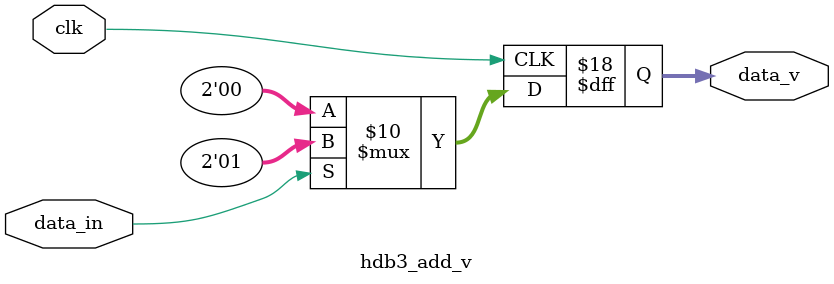
<source format=v>
module hdb3_add_v(
    input clk,
    input data_in,
    output reg [1:0]data_v
);

parameter HDB3_0 = 2'B00; 
parameter HDB3_1 = 2'B01; 
parameter HDB3_V = 2'B11; 
parameter HDB3_B = 2'B10; 

reg [1:0]count=0;
always @(posedge clk) begin
  if(data_in== 1'b1) begin
    count<=0; 
    data_v<=2'b01;
  end
  else begin
    count<=count+1;
    if(count==3'd4)begin
      data_v<=2'b11;
      count<=0;
    end
    else
      data_v<=2'b00;
  end
  
end

endmodule

</source>
